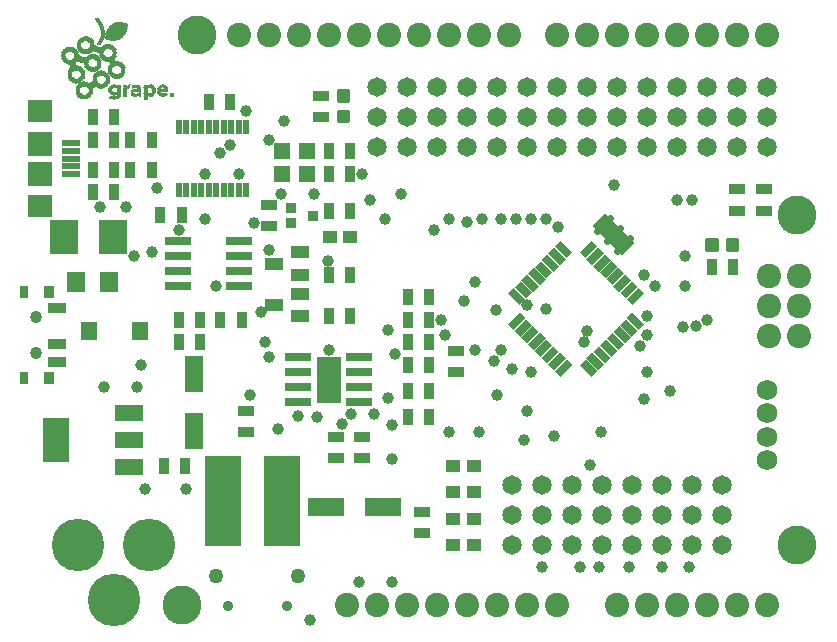
<source format=gts>
G75*
%MOIN*%
%OFA0B0*%
%FSLAX25Y25*%
%IPPOS*%
%LPD*%
%AMOC8*
5,1,8,0,0,1.08239X$1,22.5*
%
%ADD10R,0.00984X0.00098*%
%ADD11R,0.01083X0.00098*%
%ADD12R,0.01280X0.00098*%
%ADD13R,0.01969X0.00098*%
%ADD14R,0.02067X0.00098*%
%ADD15R,0.02559X0.00098*%
%ADD16R,0.02461X0.00098*%
%ADD17R,0.02953X0.00098*%
%ADD18R,0.02854X0.00098*%
%ADD19R,0.03150X0.00098*%
%ADD20R,0.03248X0.00098*%
%ADD21R,0.03445X0.00098*%
%ADD22R,0.03740X0.00098*%
%ADD23R,0.04035X0.00098*%
%ADD24R,0.01181X0.00098*%
%ADD25R,0.01673X0.00098*%
%ADD26R,0.04232X0.00098*%
%ADD27R,0.00591X0.00098*%
%ADD28R,0.01378X0.00098*%
%ADD29R,0.04331X0.00098*%
%ADD30R,0.00295X0.00098*%
%ADD31R,0.00689X0.00098*%
%ADD32R,0.04429X0.00098*%
%ADD33R,0.01476X0.00098*%
%ADD34R,0.04626X0.00098*%
%ADD35R,0.04823X0.00098*%
%ADD36R,0.02264X0.00098*%
%ADD37R,0.04921X0.00098*%
%ADD38R,0.02165X0.00098*%
%ADD39R,0.02756X0.00098*%
%ADD40R,0.03543X0.00098*%
%ADD41R,0.01772X0.00098*%
%ADD42R,0.01870X0.00098*%
%ADD43R,0.01575X0.00098*%
%ADD44R,0.03051X0.00098*%
%ADD45R,0.03642X0.00098*%
%ADD46R,0.02362X0.00098*%
%ADD47R,0.00394X0.00098*%
%ADD48R,0.00197X0.00098*%
%ADD49R,0.02657X0.00098*%
%ADD50R,0.00787X0.00098*%
%ADD51R,0.07087X0.00098*%
%ADD52R,0.10138X0.00098*%
%ADD53R,0.00886X0.00098*%
%ADD54R,0.10236X0.00098*%
%ADD55R,0.07185X0.00098*%
%ADD56R,0.06791X0.00098*%
%ADD57R,0.00492X0.00098*%
%ADD58R,0.03346X0.00098*%
%ADD59R,0.03839X0.00098*%
%ADD60R,0.04724X0.00098*%
%ADD61R,0.04528X0.00098*%
%ADD62R,0.05020X0.00098*%
%ADD63R,0.04134X0.00098*%
%ADD64R,0.03937X0.00098*%
%ADD65R,0.08563X0.00098*%
%ADD66R,0.08760X0.00098*%
%ADD67R,0.08858X0.00098*%
%ADD68R,0.06102X0.00098*%
%ADD69R,0.05906X0.00098*%
%ADD70R,0.05807X0.00098*%
%ADD71R,0.06004X0.00098*%
%ADD72R,0.08957X0.00098*%
%ADD73R,0.08465X0.00098*%
%ADD74R,0.08661X0.00098*%
%ADD75R,0.06201X0.00098*%
%ADD76R,0.05217X0.00098*%
%ADD77R,0.05315X0.00098*%
%ADD78R,0.05512X0.00098*%
%ADD79R,0.05610X0.00098*%
%ADD80R,0.06299X0.00098*%
%ADD81R,0.06398X0.00098*%
%ADD82R,0.06496X0.00098*%
%ADD83R,0.06594X0.00098*%
%ADD84R,0.05709X0.00098*%
%ADD85R,0.05413X0.00098*%
%ADD86R,0.03650X0.05224*%
%ADD87R,0.04831X0.04437*%
%ADD88R,0.05224X0.03650*%
%ADD89R,0.06012X0.06799*%
%ADD90R,0.12311X0.06012*%
%ADD91R,0.06012X0.12311*%
%ADD92R,0.05500X0.06287*%
%ADD93C,0.01331*%
%ADD94R,0.09500X0.11500*%
%ADD95R,0.09161X0.02862*%
%ADD96C,0.06500*%
%ADD97C,0.17500*%
%ADD98R,0.06012X0.01878*%
%ADD99R,0.07980X0.07587*%
%ADD100R,0.07980X0.07980*%
%ADD101C,0.06799*%
%ADD102C,0.13000*%
%ADD103C,0.08100*%
%ADD104R,0.12311X0.30028*%
%ADD105R,0.05224X0.05224*%
%ADD106R,0.03256X0.03256*%
%ADD107R,0.06012X0.04437*%
%ADD108R,0.06406X0.03256*%
%ADD109R,0.02862X0.04437*%
%ADD110R,0.03650X0.04437*%
%ADD111C,0.04043*%
%ADD112C,0.03500*%
%ADD113C,0.05000*%
%ADD114R,0.08100X0.15500*%
%ADD115R,0.02000X0.05000*%
%ADD116R,0.09300X0.05300*%
%ADD117R,0.09161X0.14673*%
%ADD118R,0.05500X0.02700*%
%ADD119R,0.02700X0.05500*%
%ADD120C,0.02272*%
%ADD121R,0.13760X0.06040*%
%ADD122C,0.03869*%
D10*
X0047392Y0184944D03*
X0048868Y0186322D03*
X0048868Y0186421D03*
X0048868Y0186519D03*
X0052116Y0189373D03*
X0053396Y0187307D03*
X0053396Y0187208D03*
X0053396Y0187110D03*
X0053396Y0187011D03*
X0053396Y0186913D03*
X0055758Y0187011D03*
X0055758Y0187110D03*
X0055758Y0187208D03*
X0055758Y0187307D03*
X0055758Y0187405D03*
X0055758Y0188192D03*
X0055758Y0188291D03*
X0055758Y0188389D03*
X0054577Y0189669D03*
X0057726Y0187897D03*
X0057726Y0187799D03*
X0055758Y0186224D03*
X0055758Y0186125D03*
X0055758Y0186027D03*
X0060581Y0187503D03*
X0060581Y0188192D03*
X0062254Y0188389D03*
X0062254Y0188488D03*
X0062254Y0187307D03*
X0064715Y0188291D03*
X0064715Y0188389D03*
X0064715Y0188488D03*
X0064616Y0188685D03*
X0064813Y0188192D03*
X0042274Y0203251D03*
X0041683Y0211814D03*
D11*
X0043504Y0207484D03*
X0043504Y0207385D03*
X0043504Y0207287D03*
X0043504Y0207188D03*
X0043504Y0206499D03*
X0043504Y0206401D03*
X0043504Y0206303D03*
X0040157Y0194196D03*
X0046161Y0188586D03*
X0046161Y0188488D03*
X0046063Y0188389D03*
X0046063Y0188291D03*
X0046063Y0188192D03*
X0046063Y0188094D03*
X0046063Y0187996D03*
X0046063Y0187897D03*
X0046063Y0187799D03*
X0046063Y0187700D03*
X0046161Y0187602D03*
X0046161Y0187503D03*
X0048917Y0187700D03*
X0048917Y0187799D03*
X0048917Y0187897D03*
X0048917Y0187996D03*
X0048917Y0188094D03*
X0048917Y0188192D03*
X0048917Y0188291D03*
X0048917Y0188389D03*
X0048917Y0189373D03*
X0048917Y0189472D03*
X0048917Y0189570D03*
X0048917Y0189669D03*
X0050886Y0189669D03*
X0050886Y0189570D03*
X0050886Y0189472D03*
X0050886Y0189373D03*
X0050886Y0189275D03*
X0050886Y0189177D03*
X0052067Y0189177D03*
X0052067Y0189275D03*
X0050886Y0187897D03*
X0050886Y0187799D03*
X0050886Y0187700D03*
X0050886Y0187602D03*
X0050886Y0187503D03*
X0050886Y0187405D03*
X0050886Y0187307D03*
X0050886Y0187208D03*
X0050886Y0187110D03*
X0050886Y0187011D03*
X0050886Y0186913D03*
X0050886Y0186814D03*
X0050886Y0186716D03*
X0050886Y0186618D03*
X0050886Y0186519D03*
X0050886Y0186421D03*
X0050886Y0186322D03*
X0050886Y0186224D03*
X0050886Y0186125D03*
X0050886Y0186027D03*
X0048917Y0186618D03*
X0048917Y0186716D03*
X0048917Y0186814D03*
X0048819Y0186224D03*
X0048819Y0186125D03*
X0053445Y0186814D03*
X0053445Y0187405D03*
X0053543Y0187503D03*
X0055709Y0187503D03*
X0055709Y0186913D03*
X0055709Y0188488D03*
X0055709Y0188586D03*
X0055610Y0188685D03*
X0057776Y0188291D03*
X0057776Y0188192D03*
X0057776Y0188094D03*
X0057776Y0187996D03*
X0057776Y0187700D03*
X0057776Y0187602D03*
X0057776Y0187503D03*
X0057776Y0187405D03*
X0057776Y0186322D03*
X0057776Y0186224D03*
X0057776Y0186125D03*
X0057776Y0186027D03*
X0057776Y0185929D03*
X0057776Y0185830D03*
X0057776Y0185732D03*
X0057776Y0185633D03*
X0057776Y0185535D03*
X0057776Y0185436D03*
X0057776Y0185338D03*
X0057776Y0185240D03*
X0057776Y0185141D03*
X0057776Y0185043D03*
X0057776Y0184944D03*
X0060531Y0187307D03*
X0060531Y0187405D03*
X0060630Y0187602D03*
X0060630Y0187700D03*
X0060630Y0187799D03*
X0060630Y0187897D03*
X0060630Y0187996D03*
X0060630Y0188094D03*
X0060531Y0188291D03*
X0060531Y0188389D03*
X0062205Y0188291D03*
X0062205Y0188192D03*
X0062303Y0188586D03*
X0062402Y0188685D03*
X0062205Y0187405D03*
X0062303Y0187208D03*
X0062303Y0187110D03*
X0062402Y0187011D03*
X0064665Y0188586D03*
X0064567Y0188783D03*
X0066634Y0187011D03*
X0066634Y0186913D03*
X0066634Y0186814D03*
X0066634Y0186716D03*
X0066634Y0186618D03*
X0066634Y0186519D03*
X0066634Y0186421D03*
X0066634Y0186322D03*
X0066634Y0186224D03*
X0066634Y0186125D03*
X0066634Y0186027D03*
X0057776Y0189373D03*
X0057776Y0189472D03*
X0057776Y0189570D03*
X0057776Y0189669D03*
D12*
X0057874Y0188586D03*
X0057874Y0187110D03*
X0059449Y0186027D03*
X0060335Y0186913D03*
X0060335Y0188783D03*
X0059449Y0189669D03*
X0055610Y0186716D03*
X0053642Y0186618D03*
X0050984Y0188291D03*
X0048819Y0188586D03*
X0048819Y0188685D03*
X0048819Y0187503D03*
X0047146Y0186421D03*
X0046260Y0187307D03*
X0046260Y0188783D03*
X0037303Y0185043D03*
X0042323Y0203448D03*
X0043012Y0204629D03*
X0043110Y0204826D03*
X0043110Y0204925D03*
X0043209Y0205023D03*
X0043209Y0205122D03*
X0043307Y0205318D03*
X0043406Y0205712D03*
X0043307Y0208468D03*
X0043209Y0208763D03*
X0043110Y0209059D03*
X0043012Y0209255D03*
X0043012Y0209354D03*
X0042913Y0209452D03*
X0042913Y0209551D03*
X0042815Y0209748D03*
X0042717Y0209944D03*
X0042618Y0210141D03*
X0041732Y0211519D03*
X0047047Y0204531D03*
D13*
X0046801Y0201775D03*
X0046801Y0199019D03*
X0043652Y0199019D03*
X0042766Y0200594D03*
X0041781Y0195673D03*
X0038533Y0195673D03*
X0037648Y0197149D03*
X0036270Y0194492D03*
X0033711Y0196165D03*
X0033612Y0196263D03*
X0033612Y0196362D03*
X0033612Y0196460D03*
X0033514Y0196559D03*
X0033120Y0194590D03*
X0030955Y0198133D03*
X0034990Y0199314D03*
X0036171Y0201578D03*
X0046604Y0196066D03*
X0046604Y0193310D03*
X0049754Y0196066D03*
X0047195Y0189472D03*
X0047392Y0185043D03*
X0054183Y0186224D03*
X0059498Y0186224D03*
X0063632Y0186125D03*
X0038927Y0186519D03*
X0035679Y0186519D03*
X0036270Y0191834D03*
X0033120Y0191834D03*
D14*
X0035827Y0189275D03*
X0035827Y0186421D03*
X0037303Y0185141D03*
X0038780Y0186421D03*
X0039370Y0188881D03*
X0040748Y0190653D03*
X0041437Y0192917D03*
X0044488Y0192917D03*
X0043012Y0188783D03*
X0049705Y0193310D03*
X0041732Y0198330D03*
X0037795Y0200200D03*
X0036319Y0201480D03*
X0034154Y0200791D03*
X0031004Y0200889D03*
X0036319Y0204334D03*
X0037795Y0205614D03*
X0039272Y0204334D03*
X0063484Y0189472D03*
D15*
X0063632Y0186322D03*
X0054577Y0189275D03*
X0054478Y0189373D03*
X0047293Y0185141D03*
X0040699Y0190456D03*
X0039419Y0189078D03*
X0033219Y0196657D03*
X0035285Y0199118D03*
X0040502Y0202562D03*
D16*
X0037795Y0200299D03*
X0033957Y0196066D03*
X0040157Y0194393D03*
X0043012Y0188881D03*
X0037303Y0185240D03*
D17*
X0037352Y0190358D03*
X0042963Y0193999D03*
X0042372Y0200889D03*
X0046998Y0204728D03*
X0049065Y0210338D03*
X0063632Y0186519D03*
X0047293Y0185240D03*
D18*
X0043012Y0188980D03*
X0037303Y0185338D03*
X0040157Y0194492D03*
X0034154Y0195968D03*
X0033071Y0196755D03*
X0035433Y0199019D03*
X0037795Y0200397D03*
X0040650Y0202464D03*
X0037795Y0205417D03*
X0054823Y0187996D03*
X0063484Y0189078D03*
D19*
X0054675Y0187799D03*
X0054675Y0187700D03*
X0054675Y0186421D03*
X0054675Y0186322D03*
X0047392Y0185436D03*
X0047293Y0185338D03*
X0042963Y0189078D03*
X0040797Y0202366D03*
D20*
X0042224Y0200988D03*
X0040157Y0199413D03*
X0037795Y0200496D03*
X0034449Y0195771D03*
X0032776Y0196952D03*
X0037303Y0190259D03*
X0043012Y0193901D03*
X0047539Y0185633D03*
X0047441Y0185535D03*
X0054626Y0186519D03*
X0037303Y0185436D03*
X0037795Y0205318D03*
D21*
X0037795Y0205220D03*
X0037795Y0200594D03*
X0034646Y0195574D03*
X0032677Y0197051D03*
X0032579Y0197149D03*
X0040157Y0194688D03*
X0043012Y0189177D03*
X0037303Y0185535D03*
X0058957Y0186421D03*
X0058957Y0189275D03*
D22*
X0047589Y0188980D03*
X0047589Y0187110D03*
X0037352Y0185633D03*
X0036959Y0197641D03*
X0042077Y0201086D03*
X0045719Y0197838D03*
X0047687Y0197248D03*
D23*
X0047933Y0196952D03*
X0045472Y0198133D03*
X0045276Y0202464D03*
X0040157Y0199118D03*
X0037795Y0200791D03*
X0037795Y0205023D03*
X0032579Y0201578D03*
X0040157Y0194984D03*
X0043012Y0193606D03*
X0048130Y0192622D03*
X0037303Y0185732D03*
X0034646Y0191145D03*
D24*
X0046211Y0188685D03*
X0046211Y0187405D03*
X0046506Y0185732D03*
X0048671Y0185929D03*
X0048770Y0186027D03*
X0048868Y0187602D03*
X0048868Y0188488D03*
X0050935Y0188192D03*
X0050935Y0188094D03*
X0050935Y0187996D03*
X0053494Y0186716D03*
X0055659Y0186814D03*
X0057825Y0187208D03*
X0057825Y0187307D03*
X0057825Y0188389D03*
X0057825Y0188488D03*
X0060384Y0188685D03*
X0060482Y0188586D03*
X0060482Y0188488D03*
X0060482Y0187208D03*
X0060482Y0187110D03*
X0060384Y0187011D03*
X0062451Y0186913D03*
X0062549Y0186814D03*
X0064321Y0186716D03*
X0064419Y0188881D03*
X0062549Y0188881D03*
X0062451Y0188783D03*
X0042274Y0203350D03*
X0043258Y0205220D03*
X0043356Y0205417D03*
X0043356Y0205515D03*
X0043356Y0205614D03*
X0043455Y0205810D03*
X0043455Y0205909D03*
X0043455Y0206007D03*
X0043455Y0206106D03*
X0043455Y0206204D03*
X0043553Y0206598D03*
X0043553Y0206696D03*
X0043553Y0206795D03*
X0043553Y0206893D03*
X0043553Y0206992D03*
X0043553Y0207090D03*
X0043455Y0207582D03*
X0043455Y0207681D03*
X0043455Y0207779D03*
X0043455Y0207877D03*
X0043455Y0207976D03*
X0043356Y0208074D03*
X0043356Y0208173D03*
X0043356Y0208271D03*
X0043356Y0208370D03*
X0043258Y0208566D03*
X0043258Y0208665D03*
X0043159Y0208862D03*
X0043159Y0208960D03*
X0043061Y0209157D03*
X0041683Y0211618D03*
X0041683Y0211716D03*
D25*
X0039665Y0203940D03*
X0035925Y0203940D03*
X0035925Y0201873D03*
X0034449Y0200496D03*
X0034843Y0199413D03*
X0032579Y0202267D03*
X0030709Y0200594D03*
X0030610Y0198527D03*
X0030709Y0198429D03*
X0032874Y0194393D03*
X0032776Y0194295D03*
X0032776Y0192129D03*
X0032874Y0192031D03*
X0036516Y0192129D03*
X0037303Y0190653D03*
X0035433Y0188881D03*
X0035433Y0186814D03*
X0035531Y0186716D03*
X0039173Y0186814D03*
X0044783Y0190358D03*
X0044882Y0190456D03*
X0044882Y0192523D03*
X0044783Y0192622D03*
X0046260Y0193704D03*
X0046260Y0195771D03*
X0046358Y0195870D03*
X0042028Y0195968D03*
X0041929Y0195870D03*
X0042126Y0197936D03*
X0042028Y0198035D03*
X0043406Y0199314D03*
X0043307Y0199413D03*
X0042913Y0200496D03*
X0040157Y0199807D03*
X0037795Y0197051D03*
X0038287Y0195968D03*
X0038386Y0195870D03*
X0036614Y0194098D03*
X0036516Y0194196D03*
X0041142Y0192622D03*
X0047146Y0189570D03*
X0048622Y0187208D03*
X0048327Y0185732D03*
X0047146Y0186519D03*
X0054134Y0186125D03*
X0058071Y0186814D03*
X0059449Y0186125D03*
X0058071Y0188881D03*
X0050000Y0193606D03*
X0050098Y0195673D03*
X0050000Y0195771D03*
X0047047Y0199216D03*
X0047146Y0199314D03*
X0047146Y0201381D03*
D26*
X0045276Y0202366D03*
X0045276Y0198330D03*
X0048130Y0196755D03*
X0048130Y0192720D03*
X0043012Y0193507D03*
X0040157Y0195082D03*
X0040157Y0199019D03*
X0037795Y0200889D03*
X0037795Y0204925D03*
X0032579Y0201480D03*
X0034646Y0191244D03*
X0037303Y0185830D03*
X0049213Y0210141D03*
D27*
X0041683Y0212011D03*
X0042274Y0203055D03*
X0053691Y0188783D03*
X0046309Y0185830D03*
D28*
X0046407Y0187208D03*
X0046407Y0188881D03*
X0047195Y0189669D03*
X0045128Y0191047D03*
X0045128Y0191145D03*
X0045226Y0191440D03*
X0045226Y0191539D03*
X0045128Y0191933D03*
X0046014Y0194196D03*
X0046014Y0194295D03*
X0046014Y0194393D03*
X0045915Y0194688D03*
X0046014Y0195082D03*
X0046014Y0195181D03*
X0042274Y0196460D03*
X0042372Y0196854D03*
X0042372Y0196952D03*
X0042372Y0197051D03*
X0042372Y0197149D03*
X0043061Y0200102D03*
X0043061Y0200200D03*
X0043061Y0200299D03*
X0043061Y0200397D03*
X0040010Y0202956D03*
X0040010Y0203055D03*
X0040010Y0203153D03*
X0039911Y0203448D03*
X0042372Y0203547D03*
X0042372Y0203645D03*
X0042766Y0204236D03*
X0042864Y0204334D03*
X0042864Y0204433D03*
X0042963Y0204531D03*
X0043061Y0204728D03*
X0047392Y0200889D03*
X0047392Y0200791D03*
X0047490Y0200397D03*
X0047392Y0200003D03*
X0047392Y0199905D03*
X0050344Y0195082D03*
X0050344Y0194984D03*
X0050344Y0194885D03*
X0050344Y0194787D03*
X0050344Y0194688D03*
X0050344Y0194590D03*
X0050344Y0194492D03*
X0050344Y0194393D03*
X0051033Y0188389D03*
X0048770Y0187405D03*
X0048573Y0185830D03*
X0053691Y0187602D03*
X0054183Y0186027D03*
X0055561Y0187602D03*
X0055463Y0188783D03*
X0057923Y0188685D03*
X0057923Y0187011D03*
X0060187Y0186814D03*
X0060187Y0188881D03*
X0063533Y0189669D03*
X0064321Y0188980D03*
X0042963Y0188685D03*
X0040797Y0191145D03*
X0040797Y0191244D03*
X0040797Y0191342D03*
X0040797Y0191440D03*
X0040797Y0191539D03*
X0040797Y0191637D03*
X0040797Y0191736D03*
X0040797Y0191834D03*
X0040896Y0192129D03*
X0039518Y0187996D03*
X0039518Y0187897D03*
X0039518Y0187799D03*
X0039518Y0187700D03*
X0039518Y0187602D03*
X0039419Y0187307D03*
X0035187Y0187405D03*
X0035089Y0187700D03*
X0035089Y0187799D03*
X0035089Y0187897D03*
X0035089Y0187996D03*
X0035187Y0188389D03*
X0036860Y0192917D03*
X0036860Y0193015D03*
X0036860Y0193114D03*
X0036860Y0193212D03*
X0036860Y0193310D03*
X0036860Y0193409D03*
X0032530Y0193606D03*
X0032530Y0193704D03*
X0032431Y0193310D03*
X0032431Y0193212D03*
X0032431Y0193114D03*
X0032530Y0192818D03*
X0032530Y0192720D03*
X0037943Y0196854D03*
X0037943Y0196952D03*
X0034695Y0199905D03*
X0035679Y0202366D03*
X0035581Y0202661D03*
X0035581Y0202759D03*
X0035581Y0202858D03*
X0035581Y0202956D03*
X0035581Y0203055D03*
X0035581Y0203153D03*
X0035679Y0203448D03*
X0030364Y0199807D03*
X0030364Y0199708D03*
X0030364Y0199610D03*
X0030364Y0199511D03*
X0030364Y0199413D03*
X0030364Y0199314D03*
X0030364Y0199216D03*
X0042864Y0209649D03*
X0042766Y0209846D03*
X0042667Y0210043D03*
X0042569Y0210240D03*
X0042470Y0210338D03*
X0042470Y0210436D03*
X0042372Y0210535D03*
X0042274Y0210633D03*
X0042175Y0210830D03*
X0041781Y0211421D03*
X0049065Y0210535D03*
D29*
X0045226Y0198429D03*
X0048179Y0196657D03*
X0034695Y0195181D03*
X0032530Y0197543D03*
X0037352Y0185929D03*
D30*
X0046161Y0185929D03*
D31*
X0047146Y0186322D03*
X0052264Y0189669D03*
X0054134Y0185929D03*
X0059449Y0185929D03*
X0059449Y0189767D03*
X0063484Y0189767D03*
X0064469Y0186814D03*
X0063583Y0185929D03*
D32*
X0048130Y0192818D03*
X0048130Y0196559D03*
X0045276Y0198527D03*
X0045276Y0202267D03*
X0040157Y0198921D03*
X0037795Y0200988D03*
X0037795Y0201086D03*
X0037795Y0204826D03*
X0032579Y0201381D03*
X0032579Y0197641D03*
X0034646Y0195082D03*
X0034646Y0191342D03*
X0037303Y0186027D03*
X0043012Y0193409D03*
X0040157Y0195181D03*
D33*
X0042224Y0196263D03*
X0042224Y0196362D03*
X0042323Y0196559D03*
X0042323Y0196657D03*
X0042323Y0196755D03*
X0042323Y0197248D03*
X0042323Y0197346D03*
X0042323Y0197444D03*
X0042224Y0197543D03*
X0042224Y0197641D03*
X0043209Y0199610D03*
X0043209Y0199708D03*
X0043110Y0199807D03*
X0043110Y0199905D03*
X0043110Y0200003D03*
X0040059Y0202858D03*
X0039961Y0203251D03*
X0039961Y0203350D03*
X0039862Y0203547D03*
X0039862Y0203645D03*
X0042421Y0203744D03*
X0042520Y0203842D03*
X0042520Y0203940D03*
X0042618Y0204039D03*
X0042717Y0204137D03*
X0037795Y0205712D03*
X0035728Y0203645D03*
X0035728Y0203547D03*
X0035630Y0203350D03*
X0035630Y0203251D03*
X0035630Y0202562D03*
X0035630Y0202464D03*
X0035728Y0202267D03*
X0035728Y0202169D03*
X0034646Y0200102D03*
X0034646Y0200003D03*
X0034744Y0199807D03*
X0034744Y0199708D03*
X0034744Y0199610D03*
X0034744Y0199511D03*
X0030512Y0198822D03*
X0030512Y0198724D03*
X0030413Y0198921D03*
X0030413Y0199019D03*
X0030413Y0199118D03*
X0030413Y0199905D03*
X0030413Y0200003D03*
X0030413Y0200102D03*
X0030512Y0200200D03*
X0030512Y0200299D03*
X0032677Y0194098D03*
X0032579Y0193901D03*
X0032579Y0193803D03*
X0032480Y0193507D03*
X0032480Y0193409D03*
X0032480Y0193015D03*
X0032480Y0192917D03*
X0032579Y0192622D03*
X0032579Y0192523D03*
X0032677Y0192326D03*
X0036713Y0192425D03*
X0036713Y0192523D03*
X0036811Y0192622D03*
X0036811Y0192720D03*
X0036811Y0192818D03*
X0036811Y0193507D03*
X0036811Y0193606D03*
X0036811Y0193704D03*
X0036713Y0193901D03*
X0038091Y0196362D03*
X0038091Y0196460D03*
X0037992Y0196559D03*
X0037992Y0196657D03*
X0037992Y0196755D03*
X0037795Y0200102D03*
X0046161Y0195574D03*
X0046063Y0195377D03*
X0046063Y0195279D03*
X0045965Y0194984D03*
X0045965Y0194885D03*
X0045965Y0194787D03*
X0045965Y0194590D03*
X0045965Y0194492D03*
X0046063Y0194098D03*
X0046063Y0193999D03*
X0045079Y0192228D03*
X0045079Y0192129D03*
X0045079Y0192031D03*
X0045177Y0191834D03*
X0045177Y0191736D03*
X0045177Y0191637D03*
X0045177Y0191342D03*
X0045177Y0191244D03*
X0045079Y0190948D03*
X0045079Y0190850D03*
X0044980Y0190653D03*
X0040846Y0190948D03*
X0040846Y0191047D03*
X0040846Y0191933D03*
X0040846Y0192031D03*
X0040945Y0192228D03*
X0039370Y0188586D03*
X0039370Y0188488D03*
X0039469Y0188389D03*
X0039469Y0188291D03*
X0039469Y0188192D03*
X0039469Y0188094D03*
X0039469Y0187503D03*
X0039469Y0187405D03*
X0039370Y0187208D03*
X0039370Y0187110D03*
X0035236Y0187110D03*
X0035236Y0187208D03*
X0035236Y0187307D03*
X0035138Y0187503D03*
X0035138Y0187602D03*
X0035138Y0188094D03*
X0035138Y0188192D03*
X0035138Y0188291D03*
X0035236Y0188488D03*
X0035236Y0188586D03*
X0048720Y0188783D03*
X0048720Y0187307D03*
X0051083Y0188488D03*
X0050197Y0193901D03*
X0050197Y0193999D03*
X0050295Y0194098D03*
X0050295Y0194196D03*
X0050295Y0194295D03*
X0050295Y0195181D03*
X0050295Y0195279D03*
X0050197Y0195377D03*
X0050197Y0195476D03*
X0047244Y0199511D03*
X0047343Y0199708D03*
X0047343Y0199807D03*
X0047441Y0200102D03*
X0047441Y0200200D03*
X0047441Y0200299D03*
X0047441Y0200496D03*
X0047441Y0200594D03*
X0047441Y0200692D03*
X0047343Y0200988D03*
X0047343Y0201086D03*
X0042224Y0210732D03*
X0042126Y0210929D03*
X0042028Y0211027D03*
X0041929Y0211125D03*
X0041831Y0211322D03*
X0057972Y0188783D03*
X0057972Y0186913D03*
X0062697Y0188980D03*
X0063583Y0186027D03*
D34*
X0048130Y0192917D03*
X0048130Y0196460D03*
X0045276Y0198625D03*
X0040157Y0198822D03*
X0040157Y0195279D03*
X0034646Y0194984D03*
X0034646Y0191440D03*
X0037303Y0186125D03*
X0032579Y0201283D03*
X0037795Y0204629D03*
X0037795Y0204728D03*
D35*
X0037795Y0204531D03*
X0032579Y0201086D03*
X0040157Y0195476D03*
X0040157Y0195377D03*
X0043012Y0193114D03*
X0048130Y0193114D03*
X0037303Y0186224D03*
X0034646Y0191637D03*
X0049311Y0210043D03*
D36*
X0047047Y0204629D03*
X0045276Y0203055D03*
X0042618Y0200692D03*
X0040157Y0199708D03*
X0035138Y0199216D03*
X0032579Y0202169D03*
X0033268Y0191736D03*
X0034646Y0190555D03*
X0040748Y0190555D03*
X0047146Y0189373D03*
X0047146Y0186716D03*
X0051476Y0188783D03*
X0051476Y0188881D03*
X0051476Y0188980D03*
X0051476Y0189078D03*
X0048130Y0192031D03*
X0049508Y0193212D03*
X0046752Y0196165D03*
X0063583Y0186224D03*
D37*
X0048179Y0196263D03*
X0045226Y0198822D03*
X0042963Y0193015D03*
X0034695Y0194787D03*
X0037352Y0186322D03*
D38*
X0037352Y0190555D03*
X0036073Y0191736D03*
X0036171Y0194590D03*
X0038730Y0195574D03*
X0041585Y0195574D03*
X0042963Y0194196D03*
X0044439Y0190062D03*
X0049557Y0196165D03*
X0046703Y0198921D03*
X0043848Y0198921D03*
X0041585Y0198429D03*
X0040404Y0202661D03*
X0034006Y0200889D03*
X0031152Y0198035D03*
X0059498Y0189373D03*
X0059498Y0186322D03*
D39*
X0063632Y0186421D03*
X0063533Y0189177D03*
X0054774Y0188881D03*
X0054675Y0188980D03*
X0054675Y0189078D03*
X0048179Y0192129D03*
X0040699Y0190358D03*
X0037352Y0197346D03*
D40*
X0040896Y0202267D03*
X0042963Y0193803D03*
X0047687Y0189275D03*
X0047687Y0189177D03*
X0047687Y0186913D03*
X0059006Y0186618D03*
X0059006Y0186519D03*
X0059006Y0189078D03*
X0059006Y0189177D03*
X0063435Y0187503D03*
D41*
X0049951Y0193507D03*
X0049951Y0195870D03*
X0049852Y0195968D03*
X0046407Y0193507D03*
X0046309Y0193606D03*
X0044734Y0192720D03*
X0044734Y0190259D03*
X0048179Y0191933D03*
X0041191Y0192720D03*
X0040797Y0190751D03*
X0039124Y0186716D03*
X0039026Y0186618D03*
X0035581Y0186618D03*
X0035482Y0188980D03*
X0035581Y0189078D03*
X0034695Y0190456D03*
X0036368Y0191933D03*
X0036467Y0192031D03*
X0036467Y0194295D03*
X0038435Y0195771D03*
X0041880Y0195771D03*
X0041978Y0198133D03*
X0043455Y0199216D03*
X0043553Y0199118D03*
X0046998Y0201578D03*
X0047096Y0201480D03*
X0045226Y0203153D03*
X0039616Y0204039D03*
X0039518Y0204137D03*
X0036073Y0204137D03*
X0035974Y0204039D03*
X0035974Y0201775D03*
X0036073Y0201677D03*
X0034400Y0200594D03*
X0030758Y0200692D03*
X0030758Y0198330D03*
X0030856Y0198232D03*
D42*
X0030906Y0200791D03*
X0034252Y0200692D03*
X0036122Y0204236D03*
X0039469Y0204236D03*
X0040256Y0202759D03*
X0041831Y0198232D03*
X0040157Y0194295D03*
X0041339Y0192818D03*
X0044685Y0192818D03*
X0046457Y0193409D03*
X0046457Y0195968D03*
X0049803Y0193409D03*
X0051280Y0188685D03*
X0054528Y0189570D03*
X0059449Y0189472D03*
X0063484Y0189570D03*
X0047146Y0186618D03*
X0044587Y0190161D03*
X0039370Y0188783D03*
X0035630Y0189177D03*
X0032972Y0191933D03*
X0032972Y0194492D03*
X0036417Y0194393D03*
X0046949Y0199118D03*
X0046949Y0201677D03*
D43*
X0047195Y0201283D03*
X0047293Y0201185D03*
X0047293Y0199610D03*
X0047195Y0199413D03*
X0046211Y0195673D03*
X0046112Y0195476D03*
X0046112Y0193901D03*
X0046211Y0193803D03*
X0044931Y0192425D03*
X0045030Y0192326D03*
X0045030Y0190751D03*
X0044931Y0190555D03*
X0040896Y0190850D03*
X0040994Y0192326D03*
X0040994Y0192425D03*
X0041093Y0192523D03*
X0042963Y0194295D03*
X0042077Y0196066D03*
X0042175Y0196165D03*
X0042175Y0197740D03*
X0042175Y0197838D03*
X0043258Y0199511D03*
X0039813Y0203744D03*
X0039715Y0203842D03*
X0035876Y0203842D03*
X0035778Y0203744D03*
X0035778Y0202070D03*
X0035876Y0201972D03*
X0034498Y0200397D03*
X0034596Y0200299D03*
X0034596Y0200200D03*
X0030659Y0200496D03*
X0030561Y0200397D03*
X0030561Y0198625D03*
X0032726Y0194196D03*
X0032628Y0193999D03*
X0032628Y0192425D03*
X0032726Y0192228D03*
X0036565Y0192228D03*
X0036663Y0192326D03*
X0036762Y0193803D03*
X0036663Y0193999D03*
X0038238Y0196066D03*
X0038140Y0196165D03*
X0038140Y0196263D03*
X0039321Y0188685D03*
X0039321Y0187011D03*
X0039222Y0186913D03*
X0035384Y0186913D03*
X0035285Y0187011D03*
X0035285Y0188685D03*
X0035384Y0188783D03*
X0048671Y0188881D03*
X0051132Y0188586D03*
X0055463Y0186618D03*
X0059498Y0189570D03*
X0062746Y0186716D03*
X0050148Y0193803D03*
X0050049Y0193704D03*
X0050148Y0195574D03*
X0041880Y0211224D03*
D44*
X0045276Y0202858D03*
X0040157Y0199511D03*
X0037205Y0197444D03*
X0034350Y0195870D03*
X0032874Y0196854D03*
X0032579Y0201972D03*
X0040157Y0194590D03*
X0040650Y0190259D03*
X0039370Y0189177D03*
X0034646Y0190751D03*
X0048130Y0192228D03*
X0054724Y0187897D03*
X0063583Y0186618D03*
D45*
X0063484Y0187602D03*
X0063484Y0187700D03*
X0063484Y0187799D03*
X0063484Y0187897D03*
X0063484Y0187996D03*
X0063484Y0188094D03*
X0059055Y0188980D03*
X0059055Y0186716D03*
X0047638Y0187011D03*
X0047638Y0189078D03*
X0048130Y0192425D03*
X0047539Y0197346D03*
X0045866Y0197740D03*
X0045276Y0202661D03*
X0046949Y0204826D03*
X0049114Y0210240D03*
X0040157Y0199314D03*
X0035728Y0198822D03*
X0032579Y0197248D03*
X0034646Y0195476D03*
X0034646Y0190948D03*
X0040157Y0194787D03*
X0032579Y0201775D03*
D46*
X0037451Y0197248D03*
X0039419Y0188980D03*
X0047096Y0186814D03*
X0054478Y0189472D03*
X0046801Y0193212D03*
X0046604Y0201873D03*
X0049065Y0210436D03*
X0063533Y0189373D03*
D47*
X0064518Y0186913D03*
X0052411Y0189767D03*
X0042963Y0194393D03*
D48*
X0053494Y0188685D03*
X0064518Y0187011D03*
D49*
X0063484Y0189275D03*
X0054921Y0188094D03*
X0054626Y0189177D03*
X0043012Y0194098D03*
X0037303Y0190456D03*
X0034646Y0190653D03*
X0040157Y0199610D03*
X0042520Y0200791D03*
X0045276Y0202956D03*
X0037795Y0205515D03*
X0032579Y0202070D03*
D50*
X0032530Y0202366D03*
X0042274Y0203153D03*
X0045226Y0203251D03*
X0041683Y0211913D03*
X0047195Y0189767D03*
X0052215Y0189570D03*
X0054380Y0188192D03*
D51*
X0041289Y0189275D03*
D52*
X0040354Y0189964D03*
X0040059Y0189570D03*
X0039961Y0189472D03*
X0039862Y0189373D03*
D53*
X0034646Y0190358D03*
X0040157Y0199905D03*
X0048130Y0191834D03*
X0052165Y0189472D03*
D54*
X0040305Y0189866D03*
X0040207Y0189767D03*
X0040108Y0189669D03*
D55*
X0038976Y0190062D03*
D56*
X0038976Y0190161D03*
D57*
X0037303Y0190751D03*
D58*
X0034695Y0190850D03*
X0034498Y0195673D03*
X0037057Y0197543D03*
X0035581Y0198921D03*
X0032530Y0201873D03*
X0045226Y0202759D03*
X0046014Y0197641D03*
X0047392Y0197444D03*
X0048179Y0192326D03*
D59*
X0048130Y0192523D03*
X0043012Y0193704D03*
X0040157Y0194885D03*
X0040157Y0199216D03*
X0037795Y0200692D03*
X0037795Y0205122D03*
X0032579Y0201677D03*
X0045276Y0202562D03*
X0034646Y0191047D03*
D60*
X0034695Y0191539D03*
X0034695Y0194885D03*
X0032530Y0201185D03*
X0045226Y0198724D03*
X0048179Y0196362D03*
X0048179Y0193015D03*
X0042963Y0193212D03*
X0046801Y0205023D03*
D61*
X0042963Y0193310D03*
D62*
X0034646Y0194688D03*
X0032579Y0200988D03*
X0037795Y0204433D03*
D63*
X0032530Y0197444D03*
X0034695Y0195279D03*
X0045325Y0198232D03*
X0046703Y0197543D03*
X0048081Y0196854D03*
X0046900Y0204925D03*
D64*
X0045522Y0198035D03*
X0045620Y0197936D03*
X0047785Y0197149D03*
X0047884Y0197051D03*
X0034695Y0195377D03*
X0032530Y0197346D03*
D65*
X0034547Y0197740D03*
X0043307Y0202070D03*
D66*
X0043307Y0201972D03*
X0038189Y0198724D03*
X0038189Y0198625D03*
X0034547Y0197838D03*
D67*
X0034498Y0197936D03*
X0039715Y0201381D03*
D68*
X0035974Y0198035D03*
X0047293Y0205909D03*
X0047392Y0206007D03*
X0048671Y0209059D03*
D69*
X0048868Y0209354D03*
X0047195Y0205712D03*
X0041585Y0201677D03*
X0041388Y0201578D03*
X0036467Y0198330D03*
X0036171Y0198133D03*
D70*
X0036319Y0198232D03*
X0047047Y0205515D03*
X0047146Y0205614D03*
X0048917Y0209452D03*
D71*
X0048819Y0209255D03*
X0048720Y0209157D03*
X0047244Y0205810D03*
X0041732Y0201775D03*
X0041240Y0201480D03*
X0036614Y0198429D03*
D72*
X0038189Y0198527D03*
D73*
X0039715Y0201185D03*
X0043356Y0202169D03*
D74*
X0039715Y0201283D03*
D75*
X0041929Y0201873D03*
X0047441Y0206106D03*
X0047441Y0206204D03*
X0047539Y0206303D03*
X0048524Y0208763D03*
X0048622Y0208960D03*
D76*
X0049311Y0209944D03*
X0046752Y0205122D03*
D77*
X0046801Y0205220D03*
D78*
X0046900Y0205318D03*
X0049163Y0209748D03*
D79*
X0046949Y0205417D03*
D80*
X0047589Y0206401D03*
X0048376Y0208468D03*
X0048474Y0208665D03*
X0048573Y0208862D03*
D81*
X0048425Y0208566D03*
X0048327Y0208370D03*
X0047736Y0206795D03*
X0047736Y0206696D03*
X0047638Y0206598D03*
X0047638Y0206499D03*
D82*
X0047785Y0206893D03*
X0047884Y0207090D03*
X0047884Y0207188D03*
X0048081Y0207681D03*
X0048179Y0207976D03*
X0048179Y0208074D03*
X0048278Y0208173D03*
X0048278Y0208271D03*
D83*
X0048130Y0207877D03*
X0048130Y0207779D03*
X0048031Y0207582D03*
X0048031Y0207484D03*
X0047933Y0207385D03*
X0047933Y0207287D03*
X0047835Y0206992D03*
D84*
X0048967Y0209551D03*
X0049065Y0209649D03*
D85*
X0049213Y0209846D03*
D86*
X0078957Y0184059D03*
X0086043Y0184059D03*
X0059793Y0171559D03*
X0052707Y0171559D03*
X0047293Y0171559D03*
X0040207Y0171559D03*
X0040207Y0179059D03*
X0047293Y0179059D03*
X0047293Y0161559D03*
X0052707Y0161559D03*
X0059793Y0161559D03*
X0047293Y0154059D03*
X0040207Y0154059D03*
X0040207Y0161559D03*
X0062707Y0146559D03*
X0069793Y0146559D03*
X0068957Y0111559D03*
X0076043Y0111559D03*
X0082707Y0111559D03*
X0089793Y0111559D03*
X0076043Y0104059D03*
X0068957Y0104059D03*
X0118957Y0112809D03*
X0126043Y0112809D03*
X0126043Y0126559D03*
X0118957Y0126559D03*
X0145207Y0119059D03*
X0152293Y0119059D03*
X0152293Y0111559D03*
X0145207Y0111559D03*
X0145207Y0104059D03*
X0152293Y0104059D03*
X0152293Y0096559D03*
X0145207Y0096559D03*
X0145207Y0087809D03*
X0152293Y0087809D03*
X0152293Y0079059D03*
X0145207Y0079059D03*
X0071043Y0062809D03*
X0063957Y0062809D03*
X0118957Y0147809D03*
X0126043Y0147809D03*
X0126043Y0160309D03*
X0118957Y0160309D03*
X0118957Y0167809D03*
X0126043Y0167809D03*
X0246457Y0129059D03*
X0253543Y0129059D03*
D87*
X0167096Y0062809D03*
X0160404Y0062809D03*
X0160404Y0054059D03*
X0167096Y0054059D03*
X0167096Y0045309D03*
X0160404Y0045309D03*
X0160404Y0036559D03*
X0167096Y0036559D03*
X0125846Y0139059D03*
X0119154Y0139059D03*
D88*
X0098750Y0142765D03*
X0098750Y0149852D03*
X0116250Y0179265D03*
X0116250Y0186352D03*
X0161250Y0101352D03*
X0161250Y0094265D03*
X0130000Y0072602D03*
X0130000Y0065515D03*
X0121250Y0065515D03*
X0121250Y0072602D03*
X0091250Y0074265D03*
X0091250Y0081352D03*
X0150000Y0047602D03*
X0150000Y0040515D03*
X0255000Y0148015D03*
X0263750Y0148015D03*
X0263750Y0155102D03*
X0255000Y0155102D03*
D89*
X0045512Y0124059D03*
X0034488Y0124059D03*
D90*
X0118051Y0049059D03*
X0136949Y0049059D03*
D91*
X0073750Y0074610D03*
X0073750Y0093507D03*
D92*
X0055965Y0107809D03*
X0039035Y0107809D03*
D93*
X0122197Y0177803D02*
X0125303Y0177803D01*
X0122197Y0177803D02*
X0122197Y0180909D01*
X0125303Y0180909D01*
X0125303Y0177803D01*
X0125303Y0179133D02*
X0122197Y0179133D01*
X0122197Y0180463D02*
X0125303Y0180463D01*
X0125303Y0184708D02*
X0122197Y0184708D01*
X0122197Y0187814D01*
X0125303Y0187814D01*
X0125303Y0184708D01*
X0125303Y0186038D02*
X0122197Y0186038D01*
X0122197Y0187368D02*
X0125303Y0187368D01*
X0244994Y0138112D02*
X0244994Y0135006D01*
X0244994Y0138112D02*
X0248100Y0138112D01*
X0248100Y0135006D01*
X0244994Y0135006D01*
X0244994Y0136336D02*
X0248100Y0136336D01*
X0248100Y0137666D02*
X0244994Y0137666D01*
X0251900Y0138112D02*
X0251900Y0135006D01*
X0251900Y0138112D02*
X0255006Y0138112D01*
X0255006Y0135006D01*
X0251900Y0135006D01*
X0251900Y0136336D02*
X0255006Y0136336D01*
X0255006Y0137666D02*
X0251900Y0137666D01*
D94*
X0046805Y0139059D03*
X0030695Y0139059D03*
D95*
X0068514Y0137809D03*
X0068514Y0132809D03*
X0068514Y0127809D03*
X0068514Y0122809D03*
X0088986Y0122809D03*
X0088986Y0127809D03*
X0088986Y0132809D03*
X0088986Y0137809D03*
X0108514Y0099059D03*
X0108514Y0094059D03*
X0108514Y0089059D03*
X0108514Y0084059D03*
X0128986Y0084059D03*
X0128986Y0089059D03*
X0128986Y0094059D03*
X0128986Y0099059D03*
D96*
X0180000Y0056559D03*
X0190000Y0056559D03*
X0200000Y0056559D03*
X0210000Y0056559D03*
X0220000Y0056559D03*
X0230000Y0056559D03*
X0240000Y0056559D03*
X0250000Y0056559D03*
X0250000Y0046559D03*
X0240000Y0046559D03*
X0230000Y0046559D03*
X0220000Y0046559D03*
X0210000Y0046559D03*
X0200000Y0046559D03*
X0190000Y0046559D03*
X0180000Y0046559D03*
X0180000Y0036559D03*
X0190000Y0036559D03*
X0200000Y0036559D03*
X0210000Y0036559D03*
X0220000Y0036559D03*
X0230000Y0036559D03*
X0240000Y0036559D03*
X0250000Y0036559D03*
X0245000Y0169059D03*
X0235000Y0169059D03*
X0225000Y0169059D03*
X0215000Y0169059D03*
X0205000Y0169059D03*
X0195000Y0169059D03*
X0185000Y0169059D03*
X0175000Y0169059D03*
X0165000Y0169059D03*
X0155000Y0169059D03*
X0145000Y0169059D03*
X0135000Y0169059D03*
X0135000Y0179059D03*
X0145000Y0179059D03*
X0145000Y0189059D03*
X0135000Y0189059D03*
X0155000Y0189059D03*
X0165000Y0189059D03*
X0175000Y0189059D03*
X0185000Y0189059D03*
X0195000Y0189059D03*
X0205000Y0189059D03*
X0215000Y0189059D03*
X0225000Y0189059D03*
X0235000Y0189059D03*
X0245000Y0189059D03*
X0255000Y0189059D03*
X0265000Y0189059D03*
X0265000Y0179059D03*
X0255000Y0179059D03*
X0245000Y0179059D03*
X0235000Y0179059D03*
X0225000Y0179059D03*
X0215000Y0179059D03*
X0205000Y0179059D03*
X0195000Y0179059D03*
X0185000Y0179059D03*
X0175000Y0179059D03*
X0165000Y0179059D03*
X0155000Y0179059D03*
X0255000Y0169059D03*
X0265000Y0169059D03*
D97*
X0047126Y0018055D03*
X0058937Y0036559D03*
X0035315Y0036559D03*
D98*
X0032933Y0160190D03*
X0032933Y0162749D03*
X0032933Y0165309D03*
X0032933Y0167868D03*
X0032933Y0170427D03*
D99*
X0022500Y0181057D03*
X0022500Y0149560D03*
D100*
X0022500Y0160309D03*
X0022500Y0170309D03*
D101*
X0265000Y0088370D03*
X0265000Y0080496D03*
X0265000Y0072622D03*
X0265000Y0064748D03*
D102*
X0275000Y0036559D03*
X0275000Y0146559D03*
X0075000Y0206559D03*
X0070000Y0016559D03*
D103*
X0125000Y0016559D03*
X0135000Y0016559D03*
X0145000Y0016559D03*
X0155000Y0016559D03*
X0165000Y0016559D03*
X0175000Y0016559D03*
X0185000Y0016559D03*
X0195000Y0016559D03*
X0215000Y0016559D03*
X0225000Y0016559D03*
X0235000Y0016559D03*
X0245000Y0016559D03*
X0255000Y0016559D03*
X0265000Y0016559D03*
X0265551Y0106362D03*
X0275551Y0106362D03*
X0275551Y0116362D03*
X0275551Y0126362D03*
X0265551Y0126362D03*
X0265551Y0116362D03*
X0265000Y0206559D03*
X0255000Y0206559D03*
X0245000Y0206559D03*
X0235000Y0206559D03*
X0225000Y0206559D03*
X0215000Y0206559D03*
X0205000Y0206559D03*
X0195000Y0206559D03*
X0179000Y0206559D03*
X0169000Y0206559D03*
X0159000Y0206559D03*
X0149000Y0206559D03*
X0139000Y0206559D03*
X0129000Y0206559D03*
X0119000Y0206559D03*
X0109000Y0206559D03*
X0099000Y0206559D03*
X0089000Y0206559D03*
D104*
X0083657Y0051309D03*
X0103343Y0051309D03*
D105*
X0103366Y0160309D03*
X0103366Y0167809D03*
X0111634Y0167809D03*
X0111634Y0160309D03*
D106*
X0106358Y0148868D03*
X0106358Y0143749D03*
X0113642Y0146309D03*
D107*
X0109331Y0134049D03*
X0100669Y0130309D03*
X0109331Y0126568D03*
X0109331Y0120299D03*
X0100669Y0116559D03*
X0109331Y0112818D03*
D108*
X0028140Y0115417D03*
X0028140Y0103606D03*
X0028140Y0097700D03*
D109*
X0017313Y0092188D03*
X0017313Y0120929D03*
D110*
X0025581Y0120929D03*
X0025581Y0092188D03*
D111*
X0021250Y0100653D03*
X0021250Y0112464D03*
D112*
X0085094Y0016361D03*
X0104779Y0016361D03*
D113*
X0108716Y0026203D03*
X0081157Y0026203D03*
D114*
X0118750Y0091559D03*
D115*
X0091250Y0154759D03*
X0088750Y0154759D03*
X0086250Y0154759D03*
X0083750Y0154759D03*
X0081250Y0154759D03*
X0078750Y0154759D03*
X0076250Y0154759D03*
X0073750Y0154759D03*
X0071250Y0154759D03*
X0068750Y0154759D03*
X0068750Y0175859D03*
X0071250Y0175859D03*
X0073750Y0175859D03*
X0076250Y0175859D03*
X0078750Y0175859D03*
X0081250Y0175859D03*
X0083750Y0175859D03*
X0086250Y0175859D03*
X0088750Y0175859D03*
X0091250Y0175859D03*
D116*
X0052200Y0080659D03*
X0052200Y0071559D03*
X0052200Y0062459D03*
D117*
X0027799Y0071559D03*
D118*
G36*
X0178606Y0110164D02*
X0182494Y0114052D01*
X0184404Y0112142D01*
X0180516Y0108254D01*
X0178606Y0110164D01*
G37*
G36*
X0180833Y0107937D02*
X0184721Y0111825D01*
X0186631Y0109915D01*
X0182743Y0106027D01*
X0180833Y0107937D01*
G37*
G36*
X0183060Y0105710D02*
X0186948Y0109598D01*
X0188858Y0107688D01*
X0184970Y0103800D01*
X0183060Y0105710D01*
G37*
G36*
X0185287Y0103483D02*
X0189175Y0107371D01*
X0191085Y0105461D01*
X0187197Y0101573D01*
X0185287Y0103483D01*
G37*
G36*
X0187514Y0101256D02*
X0191402Y0105144D01*
X0193312Y0103234D01*
X0189424Y0099346D01*
X0187514Y0101256D01*
G37*
G36*
X0189742Y0099029D02*
X0193630Y0102917D01*
X0195540Y0101007D01*
X0191652Y0097119D01*
X0189742Y0099029D01*
G37*
G36*
X0191969Y0096802D02*
X0195857Y0100690D01*
X0197767Y0098780D01*
X0193879Y0094892D01*
X0191969Y0096802D01*
G37*
G36*
X0194196Y0094575D02*
X0198084Y0098463D01*
X0199994Y0096553D01*
X0196106Y0092665D01*
X0194196Y0094575D01*
G37*
G36*
X0218096Y0118475D02*
X0221984Y0122363D01*
X0223894Y0120453D01*
X0220006Y0116565D01*
X0218096Y0118475D01*
G37*
G36*
X0215869Y0120702D02*
X0219757Y0124590D01*
X0221667Y0122680D01*
X0217779Y0118792D01*
X0215869Y0120702D01*
G37*
G36*
X0213642Y0122929D02*
X0217530Y0126817D01*
X0219440Y0124907D01*
X0215552Y0121019D01*
X0213642Y0122929D01*
G37*
G36*
X0211415Y0125156D02*
X0215303Y0129044D01*
X0217213Y0127134D01*
X0213325Y0123246D01*
X0211415Y0125156D01*
G37*
G36*
X0209188Y0127383D02*
X0213076Y0131271D01*
X0214986Y0129361D01*
X0211098Y0125473D01*
X0209188Y0127383D01*
G37*
G36*
X0206960Y0129610D02*
X0210848Y0133498D01*
X0212758Y0131588D01*
X0208870Y0127700D01*
X0206960Y0129610D01*
G37*
G36*
X0204733Y0131837D02*
X0208621Y0135725D01*
X0210531Y0133815D01*
X0206643Y0129927D01*
X0204733Y0131837D01*
G37*
G36*
X0202506Y0134065D02*
X0206394Y0137953D01*
X0208304Y0136043D01*
X0204416Y0132155D01*
X0202506Y0134065D01*
G37*
D119*
G36*
X0194196Y0136043D02*
X0196106Y0137953D01*
X0199994Y0134065D01*
X0198084Y0132155D01*
X0194196Y0136043D01*
G37*
G36*
X0191969Y0133815D02*
X0193879Y0135725D01*
X0197767Y0131837D01*
X0195857Y0129927D01*
X0191969Y0133815D01*
G37*
G36*
X0189742Y0131588D02*
X0191652Y0133498D01*
X0195540Y0129610D01*
X0193630Y0127700D01*
X0189742Y0131588D01*
G37*
G36*
X0187514Y0129361D02*
X0189424Y0131271D01*
X0193312Y0127383D01*
X0191402Y0125473D01*
X0187514Y0129361D01*
G37*
G36*
X0185287Y0127134D02*
X0187197Y0129044D01*
X0191085Y0125156D01*
X0189175Y0123246D01*
X0185287Y0127134D01*
G37*
G36*
X0183060Y0124907D02*
X0184970Y0126817D01*
X0188858Y0122929D01*
X0186948Y0121019D01*
X0183060Y0124907D01*
G37*
G36*
X0180833Y0122680D02*
X0182743Y0124590D01*
X0186631Y0120702D01*
X0184721Y0118792D01*
X0180833Y0122680D01*
G37*
G36*
X0178606Y0120453D02*
X0180516Y0122363D01*
X0184404Y0118475D01*
X0182494Y0116565D01*
X0178606Y0120453D01*
G37*
G36*
X0204733Y0098780D02*
X0206643Y0100690D01*
X0210531Y0096802D01*
X0208621Y0094892D01*
X0204733Y0098780D01*
G37*
G36*
X0202506Y0096553D02*
X0204416Y0098463D01*
X0208304Y0094575D01*
X0206394Y0092665D01*
X0202506Y0096553D01*
G37*
G36*
X0206960Y0101007D02*
X0208870Y0102917D01*
X0212758Y0099029D01*
X0210848Y0097119D01*
X0206960Y0101007D01*
G37*
G36*
X0209188Y0103234D02*
X0211098Y0105144D01*
X0214986Y0101256D01*
X0213076Y0099346D01*
X0209188Y0103234D01*
G37*
G36*
X0211415Y0105461D02*
X0213325Y0107371D01*
X0217213Y0103483D01*
X0215303Y0101573D01*
X0211415Y0105461D01*
G37*
G36*
X0213642Y0107688D02*
X0215552Y0109598D01*
X0219440Y0105710D01*
X0217530Y0103800D01*
X0213642Y0107688D01*
G37*
G36*
X0215869Y0109915D02*
X0217779Y0111825D01*
X0221667Y0107937D01*
X0219757Y0106027D01*
X0215869Y0109915D01*
G37*
G36*
X0218096Y0112142D02*
X0220006Y0114052D01*
X0223894Y0110164D01*
X0221984Y0108254D01*
X0218096Y0112142D01*
G37*
D120*
X0215066Y0134693D02*
X0219116Y0138743D01*
X0215775Y0142084D02*
X0211725Y0138034D01*
X0208384Y0141374D02*
X0212434Y0145424D01*
D121*
G36*
X0211035Y0147059D02*
X0220764Y0137330D01*
X0216493Y0133059D01*
X0206764Y0142788D01*
X0211035Y0147059D01*
G37*
D122*
X0213750Y0156559D03*
X0195394Y0142484D03*
X0191250Y0145309D03*
X0186250Y0145309D03*
X0181250Y0145309D03*
X0176250Y0145309D03*
X0170000Y0145309D03*
X0165000Y0144059D03*
X0158750Y0145309D03*
X0153750Y0141559D03*
X0142925Y0153447D03*
X0137500Y0145309D03*
X0132500Y0151559D03*
X0130000Y0160309D03*
X0113750Y0153559D03*
X0103000Y0153559D03*
X0093750Y0143809D03*
X0098794Y0134863D03*
X0118733Y0131179D03*
X0096250Y0114059D03*
X0097500Y0104059D03*
X0098750Y0099059D03*
X0092500Y0086559D03*
X0102000Y0075059D03*
X0108694Y0079614D03*
X0115000Y0079059D03*
X0123166Y0076860D03*
X0126250Y0080309D03*
X0133750Y0080309D03*
X0140000Y0076559D03*
X0138500Y0085559D03*
X0141000Y0100309D03*
X0138646Y0108188D03*
X0156250Y0111559D03*
X0157500Y0106559D03*
X0167500Y0101559D03*
X0173750Y0097809D03*
X0176250Y0101559D03*
X0180000Y0095309D03*
X0186250Y0094059D03*
X0175000Y0086559D03*
X0185000Y0081059D03*
X0193750Y0072809D03*
X0183750Y0071559D03*
X0168750Y0074059D03*
X0158750Y0074059D03*
X0140000Y0065309D03*
X0118750Y0101559D03*
X0081250Y0122809D03*
X0068750Y0141559D03*
X0077500Y0145309D03*
X0061500Y0155559D03*
X0051250Y0149059D03*
X0042500Y0149059D03*
X0060000Y0134059D03*
X0053750Y0132809D03*
X0077500Y0160309D03*
X0082500Y0167059D03*
X0085915Y0169718D03*
X0088750Y0160309D03*
X0098750Y0171559D03*
X0103750Y0177809D03*
X0091250Y0181309D03*
X0167500Y0124059D03*
X0163750Y0117809D03*
X0174500Y0114809D03*
X0185000Y0116559D03*
X0191250Y0115309D03*
X0205000Y0107809D03*
X0203750Y0104059D03*
X0222500Y0102809D03*
X0225000Y0106559D03*
X0225000Y0112809D03*
X0237000Y0109309D03*
X0241250Y0109559D03*
X0245000Y0111559D03*
X0237500Y0122809D03*
X0227500Y0122809D03*
X0223750Y0126559D03*
X0237500Y0132809D03*
X0235000Y0151559D03*
X0240000Y0151559D03*
X0225000Y0094059D03*
X0232500Y0087809D03*
X0223750Y0085309D03*
X0209500Y0074309D03*
X0206000Y0063059D03*
X0208750Y0029059D03*
X0202500Y0029059D03*
X0190000Y0029059D03*
X0218750Y0029059D03*
X0230000Y0029059D03*
X0238750Y0029059D03*
X0140000Y0024059D03*
X0128750Y0024059D03*
X0112500Y0011559D03*
X0071250Y0055309D03*
X0057500Y0055309D03*
X0055000Y0089059D03*
X0043750Y0089059D03*
X0056250Y0096559D03*
M02*

</source>
